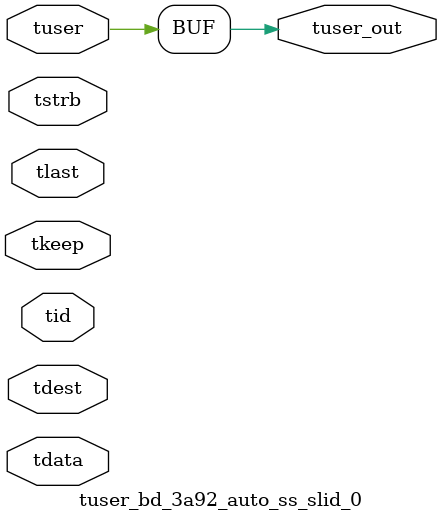
<source format=v>


`timescale 1ps/1ps

module tuser_bd_3a92_auto_ss_slid_0 #
(
parameter C_S_AXIS_TUSER_WIDTH = 1,
parameter C_S_AXIS_TDATA_WIDTH = 32,
parameter C_S_AXIS_TID_WIDTH   = 0,
parameter C_S_AXIS_TDEST_WIDTH = 0,
parameter C_M_AXIS_TUSER_WIDTH = 1
)
(
input  [(C_S_AXIS_TUSER_WIDTH == 0 ? 1 : C_S_AXIS_TUSER_WIDTH)-1:0     ] tuser,
input  [(C_S_AXIS_TDATA_WIDTH == 0 ? 1 : C_S_AXIS_TDATA_WIDTH)-1:0     ] tdata,
input  [(C_S_AXIS_TID_WIDTH   == 0 ? 1 : C_S_AXIS_TID_WIDTH)-1:0       ] tid,
input  [(C_S_AXIS_TDEST_WIDTH == 0 ? 1 : C_S_AXIS_TDEST_WIDTH)-1:0     ] tdest,
input  [(C_S_AXIS_TDATA_WIDTH/8)-1:0 ] tkeep,
input  [(C_S_AXIS_TDATA_WIDTH/8)-1:0 ] tstrb,
input                                                                    tlast,
output [C_M_AXIS_TUSER_WIDTH-1:0] tuser_out
);

assign tuser_out = {tuser[0:0]};

endmodule


</source>
